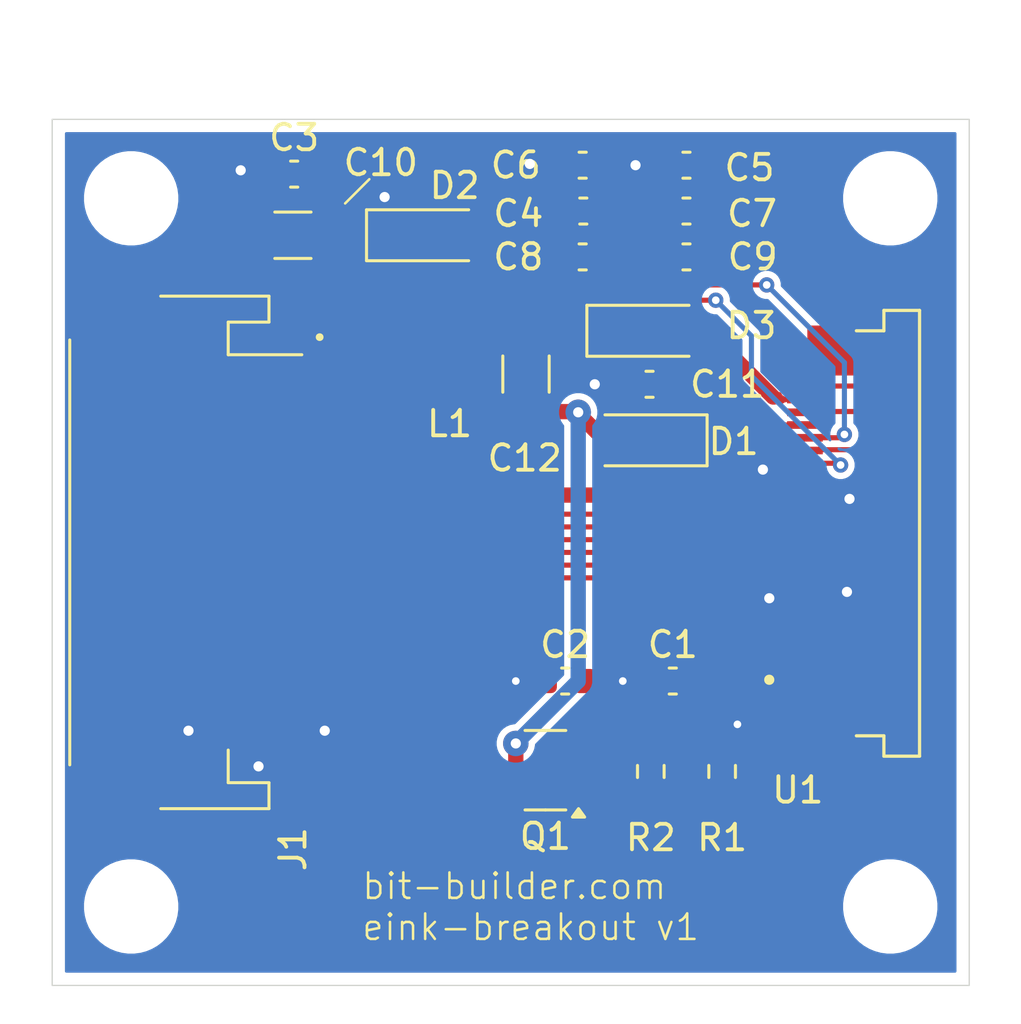
<source format=kicad_pcb>
(kicad_pcb (version 20241229) (generator "pcbnew") (generator_version "9.0")
  (layers (0 "F.Cu" signal) (2 "B.Cu" signal) (13 "F.Paste" user) (15 "B.Paste" user) (5 "F.SilkS" user "F.Silkscreen") (7 "B.SilkS" user "B.Silkscreen") (1 "F.Mask" user) (3 "B.Mask" user) (25 "Edge.Cuts" user))
  (net 0 "")
  (net 1 "/VGL")
  (net 2 "GND")
  (net 3 "/VGH")
  (net 4 "+3V3")
  (net 5 "/VDD")
  (net 6 "/VSH")
  (net 7 "/VSL")
  (net 8 "/VCOM")
  (net 9 "/PREVGH")
  (net 10 "/PREVGL")
  (net 11 "/GDR")
  (net 12 "/RESE")
  (net 13 "EINK_MOSI")
  (net 14 "EINK_SCK")
  (net 15 "EINK_DC")
  (net 16 "EINK_CS")
  (net 17 "EINK_BUSY")
  (net 18 "EINK_RST")
  (net 19 "Net-(D1-A)")
  (net 20 "Net-(D2-A)")
  (net 21 "Net-(U1-VPP)")
  (footprint "Diode_SMD:D_SOD-123" (layer "F.Cu") (at 149.45 89.4)
    (property "Reference" "D3" (at 4.1 -0.2 0) (layer "F.SilkS"))
    (property "Value" "MBR0530")
    (fp_line (start -2.36 -1) (end -2.36 1) (stroke (width 0.12)) (layer "F.SilkS"))
    (fp_line (start -2.36 -1) (end 1.65 -1) (stroke (width 0.12)) (layer "F.SilkS"))
    (fp_line (start -2.36 1) (end 1.65 1) (stroke (width 0.12)) (layer "F.SilkS"))
    (pad "1" smd roundrect (at -1.65 0) (size 0.9 1.2) (layers "F.Cu" "F.Mask" "F.Paste") (net 20 "Net-(D2-A)"))
    (pad "2" smd roundrect (at 1.65 0) (size 0.9 1.2) (layers "F.Cu" "F.Mask" "F.Paste") (net 10 "/PREVGL"))
  )
  (footprint "MountingHole:MountingHole_3.2mm_M3_DIN965" (layer "F.Cu") (at 129.2 84.2)
    (property "Reference" "H1" (hide yes))
    (property "Value" "MountingHole")
    (pad "" np_thru_hole circle (at 0 0) (size 3.2 3.2) (drill 3.2) (layers "*.Cu" "*.Mask"))
  )
  (footprint "Resistor_SMD:R_0603_1608Metric" (layer "F.Cu") (at 152.4 106.7 90)
    (property "Reference" "R1" (at -2.6 0 180) (layer "F.SilkS"))
    (property "Value" "10Kohm")
    (fp_line (start -0.237258 -0.5225) (end 0.237258 -0.5225) (stroke (width 0.12)) (layer "F.SilkS"))
    (fp_line (start -0.237258 0.5225) (end 0.237258 0.5225) (stroke (width 0.12)) (layer "F.SilkS"))
    (pad "1" smd roundrect (at -0.825 0 90) (size 0.8 0.95) (layers "F.Cu" "F.Mask" "F.Paste") (net 11 "/GDR"))
    (pad "2" smd roundrect (at 0.825 0 90) (size 0.8 0.95) (layers "F.Cu" "F.Mask" "F.Paste") (net 2 "GND"))
  )
  (footprint "Resistor_SMD:R_0603_1608Metric" (layer "F.Cu") (at 149.6 106.7 -90)
    (property "Reference" "R2" (at 2.6 0 180) (layer "F.SilkS"))
    (property "Value" "0.47ohm")
    (fp_line (start -0.237258 0.5225) (end 0.237258 0.5225) (stroke (width 0.12)) (layer "F.SilkS"))
    (fp_line (start -0.237258 -0.5225) (end 0.237258 -0.5225) (stroke (width 0.12)) (layer "F.SilkS"))
    (pad "1" smd roundrect (at -0.825 0 270) (size 0.8 0.95) (layers "F.Cu" "F.Mask" "F.Paste") (net 12 "/RESE"))
    (pad "2" smd roundrect (at 0.825 0 270) (size 0.8 0.95) (layers "F.Cu" "F.Mask" "F.Paste") (net 2 "GND"))
  )
  (footprint "Capacitor_SMD:C_0603_1608Metric" (layer "F.Cu") (at 151 84.7)
    (property "Reference" "C7" (at 2.575 0.1 0) (layer "F.SilkS"))
    (property "Value" "1uF/50V")
    (fp_line (start -0.14058 -0.51) (end 0.14058 -0.51) (stroke (width 0.12)) (layer "F.SilkS"))
    (fp_line (start -0.14058 0.51) (end 0.14058 0.51) (stroke (width 0.12)) (layer "F.SilkS"))
    (pad "1" smd roundrect (at -0.775 0) (size 0.9 0.95) (layers "F.Cu" "F.Mask" "F.Paste") (net 2 "GND"))
    (pad "2" smd roundrect (at 0.775 0) (size 0.9 0.95) (layers "F.Cu" "F.Mask" "F.Paste") (net 7 "/VSL"))
  )
  (footprint "Capacitor_SMD:C_0603_1608Metric" (layer "F.Cu") (at 146.925 82.9)
    (property "Reference" "C6" (at -2.625 0 0) (layer "F.SilkS"))
    (property "Value" "1uF/50V")
    (fp_line (start -0.14058 -0.51) (end 0.14058 -0.51) (stroke (width 0.12)) (layer "F.SilkS"))
    (fp_line (start -0.14058 0.51) (end 0.14058 0.51) (stroke (width 0.12)) (layer "F.SilkS"))
    (pad "1" smd roundrect (at -0.775 0) (size 0.9 0.95) (layers "F.Cu" "F.Mask" "F.Paste") (net 2 "GND"))
    (pad "2" smd roundrect (at 0.775 0) (size 0.9 0.95) (layers "F.Cu" "F.Mask" "F.Paste") (net 6 "/VSH"))
  )
  (footprint "IFSC1515AHER100M01:IND_IFSC_1515AH_VIS-M" (layer "F.Cu") (at 140.0032 89.65)
    (property "Reference" "L1" (at 1.6968 3.4 0) (layer "F.SilkS"))
    (property "Value" "10uH")
    (fp_circle (center -3.4036 0) (end -3.3274 0) (stroke (width 0.1524)) (fill no) (layer "F.SilkS"))
    (pad "1" smd rect (at -1.4605 0) (size 2.2098 4.064) (layers "F.Cu" "F.Mask" "F.Paste") (net 4 "+3V3"))
    (pad "2" smd rect (at 1.4605 0) (size 2.2098 4.064) (layers "F.Cu" "F.Mask" "F.Paste") (net 19 "Net-(D1-A)"))
    (zone (net 0) (net_name "") (layer "F.Cu") (connect_pads (clearance 0)) (min_thickness 0.254)
      (keepout (tracks not_allowed) (vias not_allowed) (pads allowed) (copperpour not_allowed) (footprints allowed))
      (fill (thermal_gap 0.508) (thermal_bridge_width 0.508))
      (polygon (pts (xy 139.6984 87.6942) (xy 140.308 87.6942) (xy 140.308 91.6058) (xy 139.6984 91.6058)))
    )
  )
  (footprint "MountingHole:MountingHole_3.2mm_M3_DIN965" (layer "F.Cu") (at 129.2 112)
    (property "Reference" "H4" (hide yes))
    (property "Value" "MountingHole")
    (pad "" np_thru_hole circle (at 0 0) (size 3.2 3.2) (drill 3.2) (layers "*.Cu" "*.Mask"))
  )
  (footprint "Package_TO_SOT_SMD:SOT-23-3" (layer "F.Cu") (at 145.4625 106.65 180)
    (property "Reference" "Q1" (at 0 -2.6 0) (layer "F.SilkS"))
    (property "Value" "IRLML0100")
    (fp_line (start 0 1.56) (end 0.8 1.56) (stroke (width 0.12)) (layer "F.SilkS"))
    (fp_line (start 0 1.56) (end -0.8 1.56) (stroke (width 0.12)) (layer "F.SilkS"))
    (fp_line (start 0 -1.56) (end 0.8 -1.56) (stroke (width 0.12)) (layer "F.SilkS"))
    (fp_line (start 0 -1.56) (end -0.8 -1.56) (stroke (width 0.12)) (layer "F.SilkS"))
    (fp_poly (pts (xy -1.3 -1.51) (xy -1.54 -1.84) (xy -1.06 -1.84)) (stroke (width 0.12)) (fill yes) (layer "F.SilkS"))
    (pad "1" smd roundrect (at -1.1375 -0.95 180) (size 1.325 0.6) (layers "F.Cu" "F.Mask" "F.Paste") (net 11 "/GDR"))
    (pad "2" smd roundrect (at -1.1375 0.95 180) (size 1.325 0.6) (layers "F.Cu" "F.Mask" "F.Paste") (net 12 "/RESE"))
    (pad "3" smd roundrect (at 1.1375 0 180) (size 1.325 0.6) (layers "F.Cu" "F.Mask" "F.Paste") (net 19 "Net-(D1-A)"))
  )
  (footprint "Capacitor_SMD:C_0603_1608Metric" (layer "F.Cu") (at 135.6 83.25)
    (property "Reference" "C3" (at 0 -1.43 0) (layer "F.SilkS"))
    (property "Value" "1uF/50V")
    (fp_line (start -0.14058 -0.51) (end 0.14058 -0.51) (stroke (width 0.12)) (layer "F.SilkS"))
    (fp_line (start -0.14058 0.51) (end 0.14058 0.51) (stroke (width 0.12)) (layer "F.SilkS"))
    (pad "1" smd roundrect (at -0.775 0) (size 0.9 0.95) (layers "F.Cu" "F.Mask" "F.Paste") (net 2 "GND"))
    (pad "2" smd roundrect (at 0.775 0) (size 0.9 0.95) (layers "F.Cu" "F.Mask" "F.Paste") (net 4 "+3V3"))
  )
  (footprint "Capacitor_SMD:C_0603_1608Metric" (layer "F.Cu") (at 149.55 91.5 180)
    (property "Reference" "C11" (at -3.05 0 0) (layer "F.SilkS"))
    (property "Value" "1uF/50V")
    (fp_line (start -0.14058 0.51) (end 0.14058 0.51) (stroke (width 0.12)) (layer "F.SilkS"))
    (fp_line (start -0.14058 -0.51) (end 0.14058 -0.51) (stroke (width 0.12)) (layer "F.SilkS"))
    (pad "1" smd roundrect (at -0.775 0 180) (size 0.9 0.95) (layers "F.Cu" "F.Mask" "F.Paste") (net 9 "/PREVGH"))
    (pad "2" smd roundrect (at 0.775 0 180) (size 0.9 0.95) (layers "F.Cu" "F.Mask" "F.Paste") (net 2 "GND"))
  )
  (footprint "MountingHole:MountingHole_3.2mm_M3_DIN965" (layer "F.Cu") (at 159 84.2)
    (property "Reference" "H2" (hide yes))
    (property "Value" "MountingHole")
    (pad "" np_thru_hole circle (at 0 0) (size 3.2 3.2) (drill 3.2) (layers "*.Cu" "*.Mask"))
  )
  (footprint "Capacitor_SMD:C_1206_3216Metric" (layer "F.Cu") (at 144.7 91.1 90)
    (property "Reference" "C12" (at -3.3 -0.05 180) (layer "F.SilkS"))
    (property "Value" "4.7uF/50V")
    (fp_line (start -0.711252 -0.91) (end 0.711252 -0.91) (stroke (width 0.12)) (layer "F.SilkS"))
    (fp_line (start -0.711252 0.91) (end 0.711252 0.91) (stroke (width 0.12)) (layer "F.SilkS"))
    (pad "1" smd roundrect (at -1.475 0 90) (size 1.15 1.8) (layers "F.Cu" "F.Mask" "F.Paste") (roundrect_rratio 0.217391) (net 19 "Net-(D1-A)"))
    (pad "2" smd roundrect (at 1.475 0 90) (size 1.15 1.8) (layers "F.Cu" "F.Mask" "F.Paste") (roundrect_rratio 0.217391) (net 20 "Net-(D2-A)"))
  )
  (footprint "SFV24R_4STBE1HLF:AMPHENOL_SFV24R-4STBE1HLF" (layer "F.Cu") (at 158.05 97.35 90)
    (property "Reference" "U1" (at -10.08 -2.68 180) (layer "F.SilkS"))
    (property "Value" "WAVESHARE_4_2_INCH_EINK_DISPLAY")
    (fp_line (start -7.95 -0.38) (end -7.95 0.7) (stroke (width 0.127)) (layer "F.SilkS"))
    (fp_line (start 8.75 0.7) (end 7.95 0.7) (stroke (width 0.127)) (layer "F.SilkS"))
    (fp_line (start 7.95 0.7) (end 7.95 -0.38) (stroke (width 0.127)) (layer "F.SilkS"))
    (fp_line (start -7.95 0.7) (end -8.75 0.7) (stroke (width 0.127)) (layer "F.SilkS"))
    (fp_line (start -8.75 0.7) (end -8.75 2.1) (stroke (width 0.127)) (layer "F.SilkS"))
    (fp_line (start 8.75 2.1) (end 8.75 0.7) (stroke (width 0.127)) (layer "F.SilkS"))
    (fp_line (start -8.75 2.1) (end 8.75 2.1) (stroke (width 0.127)) (layer "F.SilkS"))
    (fp_circle (center -5.75 -3.8) (end -5.65 -3.8) (stroke (width 0.2)) (fill no) (layer "F.SilkS"))
    (pad "1" smd rect (at -5.75 -2.4 90) (size 0.3 1.4) (layers "F.Cu" "F.Mask" "F.Paste"))
    (pad "2" smd rect (at -5.25 -2.4 90) (size 0.3 1.4) (layers "F.Cu" "F.Mask" "F.Paste") (net 11 "/GDR"))
    (pad "3" smd rect (at -4.75 -2.4 90) (size 0.3 1.4) (layers "F.Cu" "F.Mask" "F.Paste") (net 12 "/RESE"))
    (pad "4" smd rect (at -4.25 -2.4 90) (size 0.3 1.4) (layers "F.Cu" "F.Mask" "F.Paste") (net 1 "/VGL"))
    (pad "5" smd rect (at -3.75 -2.4 90) (size 0.3 1.4) (layers "F.Cu" "F.Mask" "F.Paste") (net 3 "/VGH"))
    (pad "6" smd rect (at -3.25 -2.4 90) (size 0.3 1.4) (layers "F.Cu" "F.Mask" "F.Paste"))
    (pad "7" smd rect (at -2.75 -2.4 90) (size 0.3 1.4) (layers "F.Cu" "F.Mask" "F.Paste"))
    (pad "8" smd rect (at -2.25 -2.4 90) (size 0.3 1.4) (layers "F.Cu" "F.Mask" "F.Paste") (net 2 "GND"))
    (pad "9" smd rect (at -1.75 -2.4 90) (size 0.3 1.4) (layers "F.Cu" "F.Mask" "F.Paste") (net 17 "EINK_BUSY"))
    (pad "10" smd rect (at -1.25 -2.4 90) (size 0.3 1.4) (layers "F.Cu" "F.Mask" "F.Paste") (net 18 "EINK_RST"))
    (pad "11" smd rect (at -0.75 -2.4 90) (size 0.3 1.4) (layers "F.Cu" "F.Mask" "F.Paste") (net 15 "EINK_DC"))
    (pad "12" smd rect (at -0.25 -2.4 90) (size 0.3 1.4) (layers "F.Cu" "F.Mask" "F.Paste") (net 16 "EINK_CS"))
    (pad "13" smd rect (at 0.25 -2.4 90) (size 0.3 1.4) (layers "F.Cu" "F.Mask" "F.Paste") (net 14 "EINK_SCK"))
    (pad "14" smd rect (at 0.75 -2.4 90) (size 0.3 1.4) (layers "F.Cu" "F.Mask" "F.Paste") (net 13 "EINK_MOSI"))
    (pad "15" smd rect (at 1.25 -2.4 90) (size 0.3 1.4) (layers "F.Cu" "F.Mask" "F.Paste") (net 4 "+3V3"))
    (pad "16" smd rect (at 1.75 -2.4 90) (size 0.3 1.4) (layers "F.Cu" "F.Mask" "F.Paste") (net 4 "+3V3"))
    (pad "17" smd rect (at 2.25 -2.4 90) (size 0.3 1.4) (layers "F.Cu" "F.Mask" "F.Paste") (net 2 "GND"))
    (pad "18" smd rect (at 2.75 -2.4 90) (size 0.3 1.4) (layers "F.Cu" "F.Mask" "F.Paste") (net 5 "/VDD"))
    (pad "19" smd rect (at 3.25 -2.4 90) (size 0.3 1.4) (layers "F.Cu" "F.Mask" "F.Paste") (net 21 "Net-(U1-VPP)"))
    (pad "20" smd rect (at 3.75 -2.4 90) (size 0.3 1.4) (layers "F.Cu" "F.Mask" "F.Paste") (net 6 "/VSH"))
    (pad "21" smd rect (at 4.25 -2.4 90) (size 0.3 1.4) (layers "F.Cu" "F.Mask" "F.Paste") (net 9 "/PREVGH"))
    (pad "22" smd rect (at 4.75 -2.4 90) (size 0.3 1.4) (layers "F.Cu" "F.Mask" "F.Paste") (net 7 "/VSL"))
    (pad "23" smd rect (at 5.25 -2.4 90) (size 0.3 1.4) (layers "F.Cu" "F.Mask" "F.Paste") (net 10 "/PREVGL"))
    (pad "24" smd rect (at 5.75 -2.4 90) (size 0.3 1.4) (layers "F.Cu" "F.Mask" "F.Paste") (net 8 "/VCOM"))
    (pad "S1" smd custom (at -7.12 -1.53 90) (size 1 1) (layers "F.Cu") (options (clearance outline) (anchor rect)) (primitives (gr_poly (pts (xy -1.03 -0.77) (xy 0.92 -0.77) (xy 0.92 1.53) (xy -0.33 1.53) (xy -0.33 0.83) (xy -1.73 0.83) (xy -1.73 -0.27) (xy -1.03 -0.27)) (width 0.01) (fill yes))))
    (pad "S2" smd custom (at 7.12 -1.53 90) (size 1 1) (layers "F.Cu") (options (clearance outline) (anchor rect)) (primitives (gr_poly (pts (xy 1.03 -0.77) (xy -0.92 -0.77) (xy -0.92 1.53) (xy 0.33 1.53) (xy 0.33 0.83) (xy 1.73 0.83) (xy 1.73 -0.27) (xy 1.03 -0.27)) (width 0.01) (fill yes))))
  )
  (footprint "MountingHole:MountingHole_3.2mm_M3_DIN965" (layer "F.Cu") (at 159 112)
    (property "Reference" "H3" (hide yes))
    (property "Value" "MountingHole")
    (pad "" np_thru_hole circle (at 0 0) (size 3.2 3.2) (drill 3.2) (layers "*.Cu" "*.Mask"))
  )
  (footprint "Capacitor_SMD:C_0603_1608Metric" (layer "F.Cu") (at 146.2375 103.15)
    (property "Reference" "C2" (at 0 -1.43 0) (layer "F.SilkS"))
    (property "Value" "1uF/50V")
    (fp_line (start -0.14058 -0.51) (end 0.14058 -0.51) (stroke (width 0.12)) (layer "F.SilkS"))
    (fp_line (start -0.14058 0.51) (end 0.14058 0.51) (stroke (width 0.12)) (layer "F.SilkS"))
    (pad "1" smd roundrect (at -0.775 0) (size 0.9 0.95) (layers "F.Cu" "F.Mask" "F.Paste") (net 2 "GND"))
    (pad "2" smd roundrect (at 0.775 0) (size 0.9 0.95) (layers "F.Cu" "F.Mask" "F.Paste") (net 3 "/VGH"))
  )
  (footprint "Capacitor_SMD:C_0603_1608Metric" (layer "F.Cu") (at 146.925 86.5)
    (property "Reference" "C8" (at -2.525 0 0) (layer "F.SilkS"))
    (property "Value" "1uF/50V")
    (fp_line (start -0.14058 -0.51) (end 0.14058 -0.51) (stroke (width 0.12)) (layer "F.SilkS"))
    (fp_line (start -0.14058 0.51) (end 0.14058 0.51) (stroke (width 0.12)) (layer "F.SilkS"))
    (pad "1" smd roundrect (at -0.775 0) (size 0.9 0.95) (layers "F.Cu" "F.Mask" "F.Paste") (net 2 "GND"))
    (pad "2" smd roundrect (at 0.775 0) (size 0.9 0.95) (layers "F.Cu" "F.Mask" "F.Paste") (net 10 "/PREVGL"))
  )
  (footprint "Diode_SMD:D_SOD-123" (layer "F.Cu") (at 140.8 85.65)
    (property "Reference" "D2" (at 1.1 -1.95 0) (layer "F.SilkS"))
    (property "Value" "MBR0530")
    (fp_line (start -2.36 -1) (end -2.36 1) (stroke (width 0.12)) (layer "F.SilkS"))
    (fp_line (start -2.36 -1) (end 1.65 -1) (stroke (width 0.12)) (layer "F.SilkS"))
    (fp_line (start -2.36 1) (end 1.65 1) (stroke (width 0.12)) (layer "F.SilkS"))
    (pad "1" smd roundrect (at -1.65 0) (size 0.9 1.2) (layers "F.Cu" "F.Mask" "F.Paste") (net 2 "GND"))
    (pad "2" smd roundrect (at 1.65 0) (size 0.9 1.2) (layers "F.Cu" "F.Mask" "F.Paste") (net 20 "Net-(D2-A)"))
  )
  (footprint "Connector_JST:JST_PH_S8B-PH-SM4-TB_1x08-1MP_P2.00mm_Horizontal" (layer "F.Cu") (at 131.3 98.1 -90)
    (property "Reference" "J1" (at 11.65 -4.25 90) (layer "F.SilkS"))
    (property "Value" "MCU")
    (fp_line (start -8.34 4.51) (end 8.34 4.51) (stroke (width 0.12)) (layer "F.SilkS"))
    (fp_line (start -10.06 0.94) (end -10.06 -3.31) (stroke (width 0.12)) (layer "F.SilkS"))
    (fp_line (start 10.06 0.94) (end 10.06 -3.31) (stroke (width 0.12)) (layer "F.SilkS"))
    (fp_line (start -9.04 -1.71) (end -7.76 -1.71) (stroke (width 0.12)) (layer "F.SilkS"))
    (fp_line (start -7.76 -1.71) (end -7.76 -4.6) (stroke (width 0.12)) (layer "F.SilkS"))
    (fp_line (start 9.04 -1.71) (end 7.76 -1.71) (stroke (width 0.12)) (layer "F.SilkS"))
    (fp_line (start -10.06 -3.31) (end -9.04 -3.31) (stroke (width 0.12)) (layer "F.SilkS"))
    (fp_line (start -9.04 -3.31) (end -9.04 -1.71) (stroke (width 0.12)) (layer "F.SilkS"))
    (fp_line (start 9.04 -3.31) (end 9.04 -1.71) (stroke (width 0.12)) (layer "F.SilkS"))
    (fp_line (start 10.06 -3.31) (end 9.04 -3.31) (stroke (width 0.12)) (layer "F.SilkS"))
    (pad "1" smd roundrect (at -7 -2.85 270) (size 1 3.5) (layers "F.Cu" "F.Mask" "F.Paste") (net 4 "+3V3"))
    (pad "2" smd roundrect (at -5 -2.85 270) (size 1 3.5) (layers "F.Cu" "F.Mask" "F.Paste") (net 13 "EINK_MOSI"))
    (pad "3" smd roundrect (at -3 -2.85 270) (size 1 3.5) (layers "F.Cu" "F.Mask" "F.Paste") (net 14 "EINK_SCK"))
    (pad "4" smd roundrect (at -1 -2.85 270) (size 1 3.5) (layers "F.Cu" "F.Mask" "F.Paste") (net 16 "EINK_CS"))
    (pad "5" smd roundrect (at 1 -2.85 270) (size 1 3.5) (layers "F.Cu" "F.Mask" "F.Paste") (net 15 "EINK_DC"))
    (pad "6" smd roundrect (at 3 -2.85 270) (size 1 3.5) (layers "F.Cu" "F.Mask" "F.Paste") (net 18 "EINK_RST"))
    (pad "7" smd roundrect (at 5 -2.85 270) (size 1 3.5) (layers "F.Cu" "F.Mask" "F.Paste") (net 17 "EINK_BUSY"))
    (pad "8" smd roundrect (at 7 -2.85 270) (size 1 3.5) (layers "F.Cu" "F.Mask" "F.Paste") (net 2 "GND"))
    (pad "MP" smd roundrect (at -9.35 2.9 270) (size 1.5 3.4) (layers "F.Cu" "F.Mask" "F.Paste") (roundrect_rratio 0.166667))
    (pad "MP" smd roundrect (at 9.35 2.9 270) (size 1.5 3.4) (layers "F.Cu" "F.Mask" "F.Paste") (roundrect_rratio 0.166667))
  )
  (footprint "Diode_SMD:D_SOD-123" (layer "F.Cu") (at 149.45 93.7 180)
    (property "Reference" "D1" (at -3.4 -0.05 0) (layer "F.SilkS"))
    (property "Value" "MBR0530")
    (fp_line (start -2.36 1) (end 1.65 1) (stroke (width 0.12)) (layer "F.SilkS"))
    (fp_line (start -2.36 -1) (end 1.65 -1) (stroke (width 0.12)) (layer "F.SilkS"))
    (fp_line (start -2.36 -1) (end -2.36 1) (stroke (width 0.12)) (layer "F.SilkS"))
    (pad "1" smd roundrect (at -1.65 0 180) (size 0.9 1.2) (layers "F.Cu" "F.Mask" "F.Paste") (net 9 "/PREVGH"))
    (pad "2" smd roundrect (at 1.65 0 180) (size 0.9 1.2) (layers "F.Cu" "F.Mask" "F.Paste") (net 19 "Net-(D1-A)"))
  )
  (footprint "Capacitor_SMD:C_0603_1608Metric" (layer "F.Cu") (at 150.4625 103.15)
    (property "Reference" "C1" (at 0 -1.43 0) (layer "F.SilkS"))
    (property "Value" "1uF/50V")
    (fp_line (start -0.14058 -0.51) (end 0.14058 -0.51) (stroke (width 0.12)) (layer "F.SilkS"))
    (fp_line (start -0.14058 0.51) (end 0.14058 0.51) (stroke (width 0.12)) (layer "F.SilkS"))
    (pad "1" smd roundrect (at -0.775 0) (size 0.9 0.95) (layers "F.Cu" "F.Mask" "F.Paste") (net 2 "GND"))
    (pad "2" smd roundrect (at 0.775 0) (size 0.9 0.95) (layers "F.Cu" "F.Mask" "F.Paste") (net 1 "/VGL"))
  )
  (footprint "Capacitor_SMD:C_0603_1608Metric" (layer "F.Cu") (at 151 82.9)
    (property "Reference" "C5" (at 2.475 0.1 0) (layer "F.SilkS"))
    (property "Value" "1uF/50V")
    (fp_line (start -0.14058 -0.51) (end 0.14058 -0.51) (stroke (width 0.12)) (layer "F.SilkS"))
    (fp_line (start -0.14058 0.51) (end 0.14058 0.51) (stroke (width 0.12)) (layer "F.SilkS"))
    (pad "1" smd roundrect (at -0.775 0) (size 0.9 0.95) (layers "F.Cu" "F.Mask" "F.Paste") (net 2 "GND"))
    (pad "2" smd roundrect (at 0.775 0) (size 0.9 0.95) (layers "F.Cu" "F.Mask" "F.Paste") (net 21 "Net-(U1-VPP)"))
  )
  (footprint "Capacitor_SMD:C_1206_3216Metric" (layer "F.Cu") (at 135.55 85.65 180)
    (property "Reference" "C10" (at -3.45 2.85 0) (layer "F.SilkS"))
    (property "Value" "4.7uF/50V")
    (fp_line (start -0.711252 0.91) (end 0.711252 0.91) (stroke (width 0.12)) (layer "F.SilkS"))
    (fp_line (start -0.711252 -0.91) (end 0.711252 -0.91) (stroke (width 0.12)) (layer "F.SilkS"))
    (pad "1" smd roundrect (at -1.475 0 180) (size 1.15 1.8) (layers "F.Cu" "F.Mask" "F.Paste") (roundrect_rratio 0.217391) (net 4 "+3V3"))
    (pad "2" smd roundrect (at 1.475 0 180) (size 1.15 1.8) (layers "F.Cu" "F.Mask" "F.Paste") (roundrect_rratio 0.217391) (net 2 "GND"))
  )
  (footprint "Capacitor_SMD:C_0603_1608Metric" (layer "F.Cu") (at 151 86.5)
    (property "Reference" "C9" (at 2.6 0 0) (layer "F.SilkS"))
    (property "Value" "1uF/50V")
    (fp_line (start -0.14058 -0.51) (end 0.14058 -0.51) (stroke (width 0.12)) (layer "F.SilkS"))
    (fp_line (start -0.14058 0.51) (end 0.14058 0.51) (stroke (width 0.12)) (layer "F.SilkS"))
    (pad "1" smd roundrect (at -0.775 0) (size 0.9 0.95) (layers "F.Cu" "F.Mask" "F.Paste") (net 2 "GND"))
    (pad "2" smd roundrect (at 0.775 0) (size 0.9 0.95) (layers "F.Cu" "F.Mask" "F.Paste") (net 8 "/VCOM"))
  )
  (footprint "Capacitor_SMD:C_0603_1608Metric" (layer "F.Cu") (at 146.95 84.7)
    (property "Reference" "C4" (at -2.55 0.1 0) (layer "F.SilkS"))
    (property "Value" "1uF/50V")
    (fp_line (start -0.14058 -0.51) (end 0.14058 -0.51) (stroke (width 0.12)) (layer "F.SilkS"))
    (fp_line (start -0.14058 0.51) (end 0.14058 0.51) (stroke (width 0.12)) (layer "F.SilkS"))
    (pad "1" smd roundrect (at -0.775 0) (size 0.9 0.95) (layers "F.Cu" "F.Mask" "F.Paste") (net 2 "GND"))
    (pad "2" smd roundrect (at 0.775 0) (size 0.9 0.95) (layers "F.Cu" "F.Mask" "F.Paste") (net 5 "/VDD"))
  )
  (gr_line (start 137.6 84.4) (end 138.55 83.45) (stroke (width 0.1)) (layer "F.SilkS"))
  (gr_rect (start 126.1 81.1) (end 162.1 115.1) (stroke (width 0.05)) (fill no) (layer "Edge.Cuts"))
  (gr_text "bit-builder.com\neink-breakout v1" (at 138.2 113.4 0) (layer "F.SilkS") (effects (font (size 1 1) (thickness 0.1)) (justify left bottom)))
  (segment (start 151.2375 103.15) (end 151.95 103.15) (width 0.2) (layer "F.Cu") (net 1))
  (segment (start 151.95 103.15) (end 153.53 101.57) (width 0.2) (layer "F.Cu") (net 1))
  (segment (start 153.53 101.57) (end 155.63 101.57) (width 0.2) (layer "F.Cu") (net 1))
  (segment (start 133.65 83.25) (end 133.5 83.1) (width 0.6) (layer "F.Cu") (net 2))
  (segment (start 134.15 105.1) (end 134.15 106.45) (width 0.6) (layer "F.Cu") (net 2))
  (segment (start 149.6875 103.15) (end 148.5 103.15) (width 0.2) (layer "F.Cu") (net 2))
  (segment (start 134.075 85.65) (end 134.075 84) (width 0.6) (layer "F.Cu") (net 2))
  (segment (start 139.15 85.65) (end 139.15 84.15) (width 0.6) (layer "F.Cu") (net 2))
  (segment (start 155.65 95.1) (end 156.5 95.1) (width 0.2) (layer "F.Cu") (net 2))
  (segment (start 134.15 105.1) (end 136.8 105.1) (width 0.6) (layer "F.Cu") (net 2))
  (segment (start 150.225 82.9) (end 149 82.9) (width 0.6) (layer "F.Cu") (net 2))
  (segment (start 149.6 107.525) (end 150.75 107.525) (width 0.2) (layer "F.Cu") (net 2))
  (segment (start 148.775 91.5) (end 147.4 91.5) (width 0.6) (layer "F.Cu") (net 2))
  (segment (start 146.15 82.9) (end 144.9 82.9) (width 0.6) (layer "F.Cu") (net 2))
  (segment (start 155.65 99.6) (end 154.551788 99.6) (width 0.2) (layer "F.Cu") (net 2))
  (segment (start 155.65 95.1) (end 154.25 95.1) (width 0.2) (layer "F.Cu") (net 2))
  (segment (start 150.225 82.9) (end 150.225 86.5) (width 0.6) (layer "F.Cu") (net 2))
  (segment (start 156.5 95.1) (end 157.4 96) (width 0.2) (layer "F.Cu") (net 2))
  (segment (start 157.25 99.6) (end 157.3 99.65) (width 0.2) (layer "F.Cu") (net 2))
  (segment (start 152.4 105.875) (end 152.4 105.45) (width 0.2) (layer "F.Cu") (net 2))
  (segment (start 146.15 82.9) (end 146.15 86.5) (width 0.6) (layer "F.Cu") (net 2))
  (segment (start 145.4625 103.15) (end 144.3 103.15) (width 0.2) (layer "F.Cu") (net 2))
  (segment (start 134.15 105.1) (end 131.45 105.1) (width 0.6) (layer "F.Cu") (net 2))
  (segment (start 134.15 106.45) (end 134.2 106.5) (width 0.6) (layer "F.Cu") (net 2))
  (segment (start 152.4 105.45) (end 153 104.85) (width 0.2) (layer "F.Cu") (net 2))
  (segment (start 154.551788 99.6) (end 154.251788 99.9) (width 0.2) (layer "F.Cu") (net 2))
  (segment (start 155.65 99.6) (end 157.25 99.6) (width 0.2) (layer "F.Cu") (net 2))
  (segment (start 150.75 107.525) (end 152.4 105.875) (width 0.2) (layer "F.Cu") (net 2))
  (segment (start 144.9 82.9) (end 144.85 82.85) (width 0.6) (layer "F.Cu") (net 2))
  (segment (start 154.25 95.1) (end 154 94.85) (width 0.2) (layer "F.Cu") (net 2))
  (segment (start 134.075 84) (end 134.825 83.25) (width 0.6) (layer "F.Cu") (net 2))
  (segment (start 134.825 83.25) (end 133.65 83.25) (width 0.6) (layer "F.Cu") (net 2))
  (via (at 144.3 103.15) (size 0.6) (drill 0.3) (layers "F.Cu" "B.Cu") (net 2))
  (via (at 154 94.85) (size 1) (drill 0.4) (layers "F.Cu" "B.Cu") (net 2))
  (via (at 134.2 106.5) (size 1) (drill 0.4) (layers "F.Cu" "B.Cu") (net 2))
  (via (at 144.85 82.85) (size 1) (drill 0.4) (layers "F.Cu" "B.Cu") (net 2))
  (via (at 139.15 84.15) (size 1) (drill 0.4) (layers "F.Cu" "B.Cu") (net 2))
  (via (at 133.5 83.1) (size 1) (drill 0.4) (layers "F.Cu" "B.Cu") (net 2))
  (via (at 136.8 105.1) (size 1) (drill 0.4) (layers "F.Cu" "B.Cu") (net 2))
  (via (at 153 104.85) (size 0.6) (drill 0.3) (layers "F.Cu" "B.Cu") (net 2))
  (via (at 154.251788 99.9) (size 1) (drill 0.4) (layers "F.Cu" "B.Cu") (net 2))
  (via (at 147.4 91.5) (size 1) (drill 0.4) (layers "F.Cu" "B.Cu") (net 2))
  (via (at 131.45 105.1) (size 1) (drill 0.4) (layers "F.Cu" "B.Cu") (net 2))
  (via (at 157.3 99.65) (size 1) (drill 0.4) (layers "F.Cu" "B.Cu") (net 2))
  (via (at 157.4 96) (size 1) (drill 0.4) (layers "F.Cu" "B.Cu") (net 2))
  (via (at 148.5 103.15) (size 0.6) (drill 0.3) (layers "F.Cu" "B.Cu") (net 2))
  (via (at 149 82.9) (size 1) (drill 0.4) (layers "F.Cu" "B.Cu") (net 2))
  (segment (start 147.7885 102.374) (end 151.726 102.374) (width 0.2) (layer "F.Cu") (net 3))
  (segment (start 151.726 102.374) (end 153.03 101.07) (width 0.2) (layer "F.Cu") (net 3))
  (segment (start 147.0125 103.15) (end 147.7885 102.374) (width 0.2) (layer "F.Cu") (net 3))
  (segment (start 153.03 101.07) (end 155.63 101.07) (width 0.2) (layer "F.Cu") (net 3))
  (segment (start 137.025 85.65) (end 137.025 83.9) (width 0.6) (layer "F.Cu") (net 4))
  (segment (start 137.0927 91.1) (end 138.5427 89.65) (width 0.6) (layer "F.Cu") (net 4))
  (segment (start 138.5427 89.65) (end 138.5427 92.282) (width 0.6) (layer "F.Cu") (net 4))
  (segment (start 137.025 83.9) (end 136.375 83.25) (width 0.6) (layer "F.Cu") (net 4))
  (segment (start 138.5427 89.65) (end 138.5427 87.1677) (width 0.6) (layer "F.Cu") (net 4))
  (segment (start 138.5427 87.1677) (end 137.025 85.65) (width 0.6) (layer "F.Cu") (net 4))
  (segment (start 142.1107 95.85) (end 154.25 95.85) (width 0.6) (layer "F.Cu") (net 4))
  (segment (start 134.15 91.1) (end 137.0927 91.1) (width 0.6) (layer "F.Cu") (net 4))
  (segment (start 138.5427 92.282) (end 142.1107 95.85) (width 0.6) (layer "F.Cu") (net 4))
  (segment (start 149.7829 88.2) (end 148.899 87.3161) (width 0.2) (layer "F.Cu") (net 5))
  (segment (start 156.98 94.6) (end 155.65 94.6) (width 0.2) (layer "F.Cu") (net 5))
  (segment (start 148.899 87.3161) (end 148.899 85.874) (width 0.2) (layer "F.Cu") (net 5))
  (segment (start 157.05 94.67) (end 156.98 94.6) (width 0.2) (layer "F.Cu") (net 5))
  (segment (start 152.15 88.2) (end 149.7829 88.2) (width 0.2) (layer "F.Cu") (net 5))
  (segment (start 148.899 85.874) (end 147.725 84.7) (width 0.2) (layer "F.Cu") (net 5))
  (via (at 157.05 94.67) (size 0.6) (drill 0.3) (layers "F.Cu" "B.Cu") (net 5))
  (via (at 152.15 88.2) (size 0.6) (drill 0.3) (layers "F.Cu" "B.Cu") (net 5))
  (segment (start 153.55 89.6) (end 153.55 91.17) (width 0.2) (layer "B.Cu") (net 5))
  (segment (start 153.55 91.17) (end 157.05 94.67) (width 0.2) (layer "B.Cu") (net 5))
  (segment (start 152.15 88.2) (end 153.55 89.6) (width 0.2) (layer "B.Cu") (net 5))
  (segment (start 149.3 87.15) (end 149.75 87.6) (width 0.2) (layer "F.Cu") (net 6))
  (segment (start 149.3 84.5) (end 149.3 87.15) (width 0.2) (layer "F.Cu") (net 6))
  (segment (start 157.07 93.6) (end 155.65 93.6) (width 0.2) (layer "F.Cu") (net 6))
  (segment (start 149.75 87.6) (end 154.15 87.6) (width 0.2) (layer "F.Cu") (net 6))
  (segment (start 147.7 82.9) (end 149.3 84.5) (width 0.2) (layer "F.Cu") (net 6))
  (segment (start 157.2 93.47) (end 157.07 93.6) (width 0.2) (layer "F.Cu") (net 6))
  (via (at 154.15 87.6) (size 0.6) (drill 0.3) (layers "F.Cu" "B.Cu") (net 6))
  (via (at 157.2 93.47) (size 0.6) (drill 0.3) (layers "F.Cu" "B.Cu") (net 6))
  (segment (start 154.15 87.6) (end 157.2 90.65) (width 0.2) (layer "B.Cu") (net 6))
  (segment (start 157.2 90.65) (end 157.2 93.47) (width 0.2) (layer "B.Cu") (net 6))
  (segment (start 151.775 84.7) (end 155.1 84.7) (width 0.2) (layer "F.Cu") (net 7))
  (segment (start 155.1 84.7) (end 159.4 89) (width 0.2) (layer "F.Cu") (net 7))
  (segment (start 158.83 92.57) (end 155.63 92.57) (width 0.2) (layer "F.Cu") (net 7))
  (segment (start 159.4 92) (end 158.83 92.57) (width 0.2) (layer "F.Cu") (net 7))
  (segment (start 159.4 89) (end 159.4 92) (width 0.2) (layer "F.Cu") (net 7))
  (segment (start 158.6 89.293648) (end 158.6 91.44) (width 0.2) (layer "F.Cu") (net 8))
  (segment (start 155.806352 86.5) (end 158.6 89.293648) (width 0.2) (layer "F.Cu") (net 8))
  (segment (start 158.6 91.44) (end 158.47 91.57) (width 0.2) (layer "F.Cu") (net 8))
  (segment (start 151.775 86.5) (end 155.806352 86.5) (width 0.2) (layer "F.Cu") (net 8))
  (segment (start 158.47 91.57) (end 155.63 91.57) (width 0.2) (layer "F.Cu") (net 8))
  (segment (start 150.325 92.925) (end 151.1 93.7) (width 0.6) (layer "F.Cu") (net 9))
  (segment (start 150.325 91.5) (end 150.325 92.925) (width 0.6) (layer "F.Cu") (net 9))
  (segment (start 153.8 93.7) (end 154.4 93.1) (width 0.6) (layer "F.Cu") (net 9))
  (segment (start 151.1 93.7) (end 153.8 93.7) (width 0.6) (layer "F.Cu") (net 9))
  (segment (start 147.7 86.975) (end 150.125 89.4) (width 0.2) (layer "F.Cu") (net 10))
  (segment (start 150.125 89.4) (end 151.1 89.4) (width 0.2) (layer "F.Cu") (net 10))
  (segment (start 147.7 86.5) (end 147.7 86.975) (width 0.2) (layer "F.Cu") (net 10))
  (segment (start 151.8 89.4) (end 154.4 92) (width 0.6) (layer "F.Cu") (net 10))
  (segment (start 151.1 89.4) (end 151.8 89.4) (width 0.6) (layer "F.Cu") (net 10))
  (segment (start 152.4 107.525) (end 152.4 107.6) (width 0.2) (layer "F.Cu") (net 11))
  (segment (start 154.2 105.725) (end 154.2 102.9) (width 0.2) (layer "F.Cu") (net 11))
  (segment (start 152.4 107.6) (end 151.3 108.7) (width 0.2) (layer "F.Cu") (net 11))
  (segment (start 154.53 102.57) (end 155.63 102.57) (width 0.2) (layer "F.Cu") (net 11))
  (segment (start 152.4 107.525) (end 154.2 105.725) (width 0.2) (layer "F.Cu") (net 11))
  (segment (start 154.2 102.9) (end 154.53 102.57) (width 0.2) (layer "F.Cu") (net 11))
  (segment (start 147.7 108.7) (end 146.6 107.6) (width 0.2) (layer "F.Cu") (net 11))
  (segment (start 151.3 108.7) (end 147.7 108.7) (width 0.2) (layer "F.Cu") (net 11))
  (segment (start 149.425 105.7) (end 149.6 105.875) (width 0.6) (layer "F.Cu") (net 12))
  (segment (start 146.6 105.7) (end 149.425 105.7) (width 0.6) (layer "F.Cu") (net 12))
  (segment (start 149.6 105.875) (end 150.296 105.875) (width 0.6) (layer "F.Cu") (net 12))
  (segment (start 150.296 105.875) (end 154 102.171) (width 0.6) (layer "F.Cu") (net 12))
  (segment (start 135.75 93.1) (end 134.15 93.1) (width 0.2) (layer "F.Cu") (net 13))
  (segment (start 155.65 96.6) (end 139.25 96.6) (width 0.2) (layer "F.Cu") (net 13))
  (segment (start 139.25 96.6) (end 135.75 93.1) (width 0.2) (layer "F.Cu") (net 13))
  (segment (start 155.65 97.1) (end 137.9 97.1) (width 0.2) (layer "F.Cu") (net 14))
  (segment (start 135.9 95.1) (end 134.15 95.1) (width 0.2) (layer "F.Cu") (net 14))
  (segment (start 137.9 97.1) (end 135.9 95.1) (width 0.2) (layer "F.Cu") (net 14))
  (segment (start 155.65 98.1) (end 137 98.1) (width 0.2) (layer "F.Cu") (net 15))
  (segment (start 137 98.1) (end 136 99.1) (width 0.2) (layer "F.Cu") (net 15))
  (segment (start 136 99.1) (end 134.15 99.1) (width 0.2) (layer "F.Cu") (net 15))
  (segment (start 134.65 97.6) (end 134.15 97.1) (width 0.2) (layer "F.Cu") (net 16))
  (segment (start 155.65 97.6) (end 134.65 97.6) (width 0.2) (layer "F.Cu") (net 16))
  (segment (start 139.35 99.1) (end 135.35 103.1) (width 0.2) (layer "F.Cu") (net 17))
  (segment (start 155.65 99.1) (end 139.35 99.1) (width 0.2) (layer "F.Cu") (net 17))
  (segment (start 135.35 103.1) (end 134.15 103.1) (width 0.2) (layer "F.Cu") (net 17))
  (segment (start 135.9 101.1) (end 134.15 101.1) (width 0.2) (layer "F.Cu") (net 18))
  (segment (start 155.65 98.6) (end 138.4 98.6) (width 0.2) (layer "F.Cu") (net 18))
  (segment (start 138.4 98.6) (end 135.9 101.1) (width 0.2) (layer "F.Cu") (net 18))
  (segment (start 141.775 89.65) (end 144.7 92.575) (width 0.6) (layer "F.Cu") (net 19))
  (segment (start 144.3 106.625) (end 144.325 106.65) (width 0.6) (layer "F.Cu") (net 19))
  (segment (start 144.3 105.6) (end 144.3 106.625) (width 0.6) (layer "F.Cu") (net 19))
  (segment (start 141.4637 89.65) (end 141.775 89.65) (width 0.6) (layer "F.Cu") (net 19))
  (segment (start 144.7 92.575) (end 146.675 92.575) (width 0.6) (layer "F.Cu") (net 19))
  (segment (start 146.675 92.575) (end 147.8 93.7) (width 0.6) (layer "F.Cu") (net 19))
  (via (at 144.3 105.6) (size 1) (drill 0.4) (layers "F.Cu" "B.Cu") (net 19))
  (via (at 146.75 92.6) (size 1) (drill 0.4) (layers "F.Cu" "B.Cu") (net 19))
  (segment (start 146.75 103.15) (end 144.3 105.6) (width 0.6) (layer "B.Cu") (net 19))
  (segment (start 146.75 92.6) (end 146.75 103.15) (width 0.6) (layer "B.Cu") (net 19))
  (segment (start 144.7 89.625) (end 147.575 89.625) (width 0.6) (layer "F.Cu") (net 20))
  (segment (start 144.7 87.9) (end 144.7 89.625) (width 0.6) (layer "F.Cu") (net 20))
  (segment (start 147.575 89.625) (end 147.8 89.4) (width 0.6) (layer "F.Cu") (net 20))
  (segment (start 142.45 85.65) (end 144.7 87.9) (width 0.6) (layer "F.Cu") (net 20))
  (segment (start 160.9 89.5329) (end 160.9 92.2) (width 0.2) (layer "F.Cu") (net 21))
  (segment (start 151.775 82.9) (end 154.2671 82.9) (width 0.2) (layer "F.Cu") (net 21))
  (segment (start 160.9 92.2) (end 159.03 94.07) (width 0.2) (layer "F.Cu") (net 21))
  (segment (start 159.03 94.07) (end 155.63 94.07) (width 0.2) (layer "F.Cu") (net 21))
  (segment (start 154.2671 82.9) (end 160.9 89.5329) (width 0.2) (layer "F.Cu") (net 21))
  (zone (net 4) (net_name "+3V3") (layer "F.Cu") (priority 2) (connect_pads yes (clearance 0.25)) (min_thickness 0.1) (fill yes (thermal_gap 0.5) (thermal_bridge_width 0.5))
    (polygon (pts (xy 154.15 95.55) (xy 155.65 95.35) (xy 155.65 96.35) (xy 154.15 96.15)))
  )
  (zone (net 9) (net_name "/PREVGH") (layer "F.Cu") (connect_pads yes (clearance 0.25)) (min_thickness 0.1) (fill yes (thermal_gap 0.5) (thermal_bridge_width 0.5))
    (polygon (pts (xy 154.4 92.8) (xy 155.05 92.9) (xy 155.05 93.25) (xy 154.4 93.4)))
  )
  (zone (net 12) (net_name "/RESE") (layer "F.Cu") (priority 4) (connect_pads (clearance 0.25)) (min_thickness 0.1) (fill yes (thermal_gap 0.5) (thermal_bridge_width 0.5))
    (polygon (pts (xy 154 101.85) (xy 155.45 101.8) (xy 155.45 102.4) (xy 154 102.5)))
  )
  (zone (net 10) (net_name "/PREVGL") (layer "F.Cu") (priority 1) (connect_pads yes (clearance 0.25)) (min_thickness 0.1) (fill yes (thermal_gap 0.5) (thermal_bridge_width 0.5))
    (polygon (pts (xy 154.4 92.3) (xy 155.05 92.25) (xy 155.05 91.9) (xy 154.4 91.75)))
  )
  (zone (net 2) (net_name "GND") (layer "B.Cu") (priority 3) (connect_pads yes (clearance 0.25)) (min_thickness 0.1) (fill yes (thermal_gap 0.5) (thermal_bridge_width 0.5))
    (polygon (pts (xy 126.25 81.2) (xy 162 81.2) (xy 162 115) (xy 126.2 115)))
  )
)
</source>
